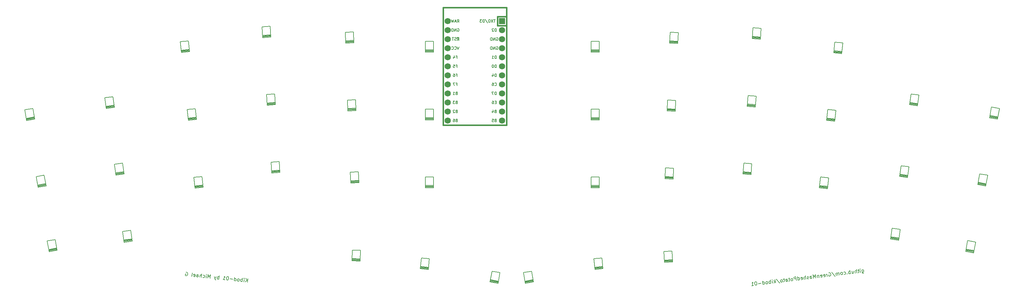
<source format=gbr>
%TF.GenerationSoftware,KiCad,Pcbnew,(6.0.0-0)*%
%TF.CreationDate,2022-01-05T19:35:21+07:00*%
%TF.ProjectId,kibod-01,6b69626f-642d-4303-912e-6b696361645f,rev?*%
%TF.SameCoordinates,Original*%
%TF.FileFunction,Legend,Bot*%
%TF.FilePolarity,Positive*%
%FSLAX46Y46*%
G04 Gerber Fmt 4.6, Leading zero omitted, Abs format (unit mm)*
G04 Created by KiCad (PCBNEW (6.0.0-0)) date 2022-01-05 19:35:21*
%MOMM*%
%LPD*%
G01*
G04 APERTURE LIST*
%ADD10C,0.150000*%
%ADD11C,0.203200*%
%ADD12C,0.381000*%
%ADD13R,1.752600X1.752600*%
%ADD14C,1.752600*%
G04 APERTURE END LIST*
D10*
X239395190Y-112212844D02*
X239493846Y-113016334D01*
X239552717Y-113105059D01*
X239605784Y-113146520D01*
X239706115Y-113182177D01*
X239847908Y-113164768D01*
X239936633Y-113105897D01*
X239470633Y-112827278D02*
X239570964Y-112862935D01*
X239760021Y-112839722D01*
X239848745Y-112780851D01*
X239890206Y-112727784D01*
X239925864Y-112627452D01*
X239891044Y-112343868D01*
X239832173Y-112255143D01*
X239779106Y-112213682D01*
X239678774Y-112178025D01*
X239489718Y-112201238D01*
X239400993Y-112260109D01*
X239003795Y-112932575D02*
X238922549Y-112270877D01*
X238881926Y-111940029D02*
X238934993Y-111981490D01*
X238893532Y-112034557D01*
X238840465Y-111993096D01*
X238881926Y-111940029D01*
X238893532Y-112034557D01*
X238591700Y-112311501D02*
X238213587Y-112357927D01*
X238409285Y-111998062D02*
X238513744Y-112848816D01*
X238478087Y-112949147D01*
X238389362Y-113008018D01*
X238294833Y-113019624D01*
X237963985Y-113060248D02*
X237842115Y-112067701D01*
X237538608Y-113112477D02*
X237474771Y-112592572D01*
X237510429Y-112492241D01*
X237599154Y-112433370D01*
X237740946Y-112415960D01*
X237841278Y-112451618D01*
X237894345Y-112493078D01*
X236559344Y-112561043D02*
X236640590Y-113222740D01*
X236984721Y-112508813D02*
X237048557Y-113028718D01*
X237012899Y-113129050D01*
X236924174Y-113187920D01*
X236782382Y-113205330D01*
X236682051Y-113169673D01*
X236628983Y-113128212D01*
X236167949Y-113280773D02*
X236046079Y-112288227D01*
X236092506Y-112666340D02*
X235992174Y-112630682D01*
X235803118Y-112653895D01*
X235714393Y-112712766D01*
X235672932Y-112765834D01*
X235637275Y-112866165D01*
X235672095Y-113149750D01*
X235730965Y-113238475D01*
X235784033Y-113279935D01*
X235884364Y-113315593D01*
X236073421Y-113292380D01*
X236162145Y-113233509D01*
X235258324Y-113296508D02*
X235216863Y-113349575D01*
X235269931Y-113391036D01*
X235311392Y-113337968D01*
X235258324Y-113296508D01*
X235269931Y-113391036D01*
X234366110Y-113454034D02*
X234466441Y-113489692D01*
X234655498Y-113466479D01*
X234744222Y-113407608D01*
X234785683Y-113354541D01*
X234821341Y-113254209D01*
X234786521Y-112970624D01*
X234727650Y-112881900D01*
X234674583Y-112840439D01*
X234574251Y-112804781D01*
X234385195Y-112827994D01*
X234296470Y-112886865D01*
X233804744Y-113570938D02*
X233893469Y-113512067D01*
X233934929Y-113459000D01*
X233970587Y-113358669D01*
X233935767Y-113075084D01*
X233876896Y-112986359D01*
X233823829Y-112944898D01*
X233723497Y-112909241D01*
X233581705Y-112926651D01*
X233492980Y-112985521D01*
X233451519Y-113038589D01*
X233415862Y-113138920D01*
X233450682Y-113422505D01*
X233509552Y-113511230D01*
X233562620Y-113552691D01*
X233662951Y-113588348D01*
X233804744Y-113570938D01*
X233048518Y-113663791D02*
X232967272Y-113002094D01*
X232978878Y-113096622D02*
X232925811Y-113055161D01*
X232825479Y-113019503D01*
X232683687Y-113036913D01*
X232594962Y-113095784D01*
X232559305Y-113196116D01*
X232623141Y-113716021D01*
X232559305Y-113196116D02*
X232500434Y-113107391D01*
X232400103Y-113071733D01*
X232258310Y-113089143D01*
X232169585Y-113148014D01*
X232133928Y-113248345D01*
X232197764Y-113768250D01*
X230888489Y-112873523D02*
X231895932Y-114045194D01*
X230049342Y-113072510D02*
X230138067Y-113013640D01*
X230279859Y-112996230D01*
X230427455Y-113026084D01*
X230533589Y-113109006D01*
X230592460Y-113197730D01*
X230662937Y-113380984D01*
X230680347Y-113522776D01*
X230656296Y-113717636D01*
X230620639Y-113817967D01*
X230537717Y-113924102D01*
X230401728Y-113988776D01*
X230307200Y-114000383D01*
X230159604Y-113970528D01*
X230106537Y-113929068D01*
X230065914Y-113598219D01*
X230254970Y-113575006D01*
X229692767Y-114075825D02*
X229611521Y-113414128D01*
X229634734Y-113603184D02*
X229575863Y-113514460D01*
X229522796Y-113472999D01*
X229422464Y-113437341D01*
X229327936Y-113448948D01*
X228694417Y-114150431D02*
X228794749Y-114186088D01*
X228983805Y-114162875D01*
X229072530Y-114104004D01*
X229108188Y-114003673D01*
X229061761Y-113625560D01*
X229002890Y-113536835D01*
X228902559Y-113501178D01*
X228713503Y-113524391D01*
X228624778Y-113583261D01*
X228589120Y-113683593D01*
X228600727Y-113778121D01*
X229084974Y-113814616D01*
X227843663Y-114254890D02*
X227943995Y-114290548D01*
X228133051Y-114267334D01*
X228221776Y-114208464D01*
X228257434Y-114108132D01*
X228211007Y-113730019D01*
X228152137Y-113641294D01*
X228051805Y-113605637D01*
X227862749Y-113628850D01*
X227774024Y-113687721D01*
X227738366Y-113788052D01*
X227749973Y-113882581D01*
X228234221Y-113919076D01*
X227295580Y-113698490D02*
X227376826Y-114360187D01*
X227307186Y-113793018D02*
X227254119Y-113751557D01*
X227153787Y-113715900D01*
X227011995Y-113733310D01*
X226923270Y-113792180D01*
X226887612Y-113892512D01*
X226951449Y-114412417D01*
X226478808Y-114470450D02*
X226356938Y-113477904D01*
X226113139Y-114227488D01*
X225695241Y-113559150D01*
X225817110Y-114551696D01*
X224919092Y-114661959D02*
X224855256Y-114142054D01*
X224890914Y-114041722D01*
X224979638Y-113982852D01*
X225168695Y-113959638D01*
X225269026Y-113995296D01*
X224913289Y-114614695D02*
X225013621Y-114650352D01*
X225249941Y-114621336D01*
X225338666Y-114562465D01*
X225374324Y-114462134D01*
X225362717Y-114367605D01*
X225303846Y-114278881D01*
X225203515Y-114243223D01*
X224967194Y-114272240D01*
X224866863Y-114236582D01*
X224487912Y-114666925D02*
X224399187Y-114725795D01*
X224210131Y-114749008D01*
X224109799Y-114713351D01*
X224050929Y-114624626D01*
X224045125Y-114577362D01*
X224080783Y-114477030D01*
X224169508Y-114418160D01*
X224311300Y-114400750D01*
X224400025Y-114341879D01*
X224435682Y-114241548D01*
X224429879Y-114194284D01*
X224371008Y-114105559D01*
X224270677Y-114069901D01*
X224128885Y-114087311D01*
X224040160Y-114146182D01*
X223642962Y-114818648D02*
X223521092Y-113826102D01*
X223217585Y-114870878D02*
X223153748Y-114350973D01*
X223189406Y-114250641D01*
X223278131Y-114191770D01*
X223419923Y-114174361D01*
X223520255Y-114210018D01*
X223573322Y-114251479D01*
X222361028Y-114928073D02*
X222461359Y-114963731D01*
X222650415Y-114940517D01*
X222739140Y-114881647D01*
X222774798Y-114781315D01*
X222728371Y-114403202D01*
X222669501Y-114314478D01*
X222569169Y-114278820D01*
X222380113Y-114302033D01*
X222291388Y-114360904D01*
X222255730Y-114461235D01*
X222267337Y-114555764D01*
X222751585Y-114592259D01*
X221468813Y-115085600D02*
X221346944Y-114093054D01*
X221463010Y-115038336D02*
X221563341Y-115073993D01*
X221752398Y-115050780D01*
X221841122Y-114991909D01*
X221882583Y-114938842D01*
X221918241Y-114838511D01*
X221883421Y-114554926D01*
X221824550Y-114466201D01*
X221771483Y-114424740D01*
X221671151Y-114389083D01*
X221482095Y-114412296D01*
X221393370Y-114471167D01*
X220996172Y-115143633D02*
X220874303Y-114151087D01*
X220496190Y-114197513D01*
X220407465Y-114256384D01*
X220366004Y-114309451D01*
X220330347Y-114409783D01*
X220347756Y-114551575D01*
X220406627Y-114640300D01*
X220459695Y-114681761D01*
X220560026Y-114717418D01*
X220938139Y-114670992D01*
X219861833Y-115282912D02*
X219950558Y-115224042D01*
X219992019Y-115170974D01*
X220027677Y-115070643D01*
X219992857Y-114787058D01*
X219933986Y-114698333D01*
X219880919Y-114656872D01*
X219780587Y-114621215D01*
X219638795Y-114638625D01*
X219550070Y-114697495D01*
X219508609Y-114750563D01*
X219472952Y-114850894D01*
X219507772Y-115134479D01*
X219566642Y-115223204D01*
X219619710Y-115264665D01*
X219720041Y-115300322D01*
X219861833Y-115282912D01*
X219166154Y-114696658D02*
X218788041Y-114743084D01*
X218983738Y-114383219D02*
X219088198Y-115233973D01*
X219052540Y-115334304D01*
X218963815Y-115393175D01*
X218869287Y-115404782D01*
X218113062Y-115497634D02*
X218049225Y-114977729D01*
X218084883Y-114877398D01*
X218173608Y-114818527D01*
X218362664Y-114795314D01*
X218462996Y-114830971D01*
X218107258Y-115450370D02*
X218207590Y-115486028D01*
X218443910Y-115457011D01*
X218532635Y-115398141D01*
X218568293Y-115297809D01*
X218556686Y-115203281D01*
X218497815Y-115114556D01*
X218397484Y-115078899D01*
X218161163Y-115107915D01*
X218060832Y-115072258D01*
X217700967Y-114876560D02*
X217322854Y-114922987D01*
X217518551Y-114563121D02*
X217623011Y-115413875D01*
X217587353Y-115514207D01*
X217498628Y-115573077D01*
X217404100Y-115584684D01*
X216931459Y-115642717D02*
X217020184Y-115583846D01*
X217061645Y-115530779D01*
X217097302Y-115430447D01*
X217062482Y-115146863D01*
X217003612Y-115058138D01*
X216950544Y-115016677D01*
X216850213Y-114981020D01*
X216708421Y-114998429D01*
X216619696Y-115057300D01*
X216578235Y-115110368D01*
X216542577Y-115210699D01*
X216577397Y-115494284D01*
X216636268Y-115583009D01*
X216689335Y-115624469D01*
X216789667Y-115660127D01*
X216931459Y-115642717D01*
X215338599Y-114782809D02*
X216346042Y-115954480D01*
X215135423Y-115863242D02*
X215013554Y-114870696D01*
X214994469Y-115496736D02*
X214757310Y-115909669D01*
X214676064Y-115247971D02*
X215100603Y-115579658D01*
X214331933Y-115961899D02*
X214250687Y-115300201D01*
X214210064Y-114969352D02*
X214263132Y-115010813D01*
X214221671Y-115063881D01*
X214168603Y-115022420D01*
X214210064Y-114969352D01*
X214221671Y-115063881D01*
X213859292Y-116019932D02*
X213737423Y-115027385D01*
X213783850Y-115405498D02*
X213683518Y-115369841D01*
X213494462Y-115393054D01*
X213405737Y-115451925D01*
X213364276Y-115504992D01*
X213328618Y-115605324D01*
X213363438Y-115888908D01*
X213422309Y-115977633D01*
X213475376Y-116019094D01*
X213575708Y-116054751D01*
X213764764Y-116031538D01*
X213853489Y-115972668D01*
X212819482Y-116147604D02*
X212908207Y-116088734D01*
X212949668Y-116035666D01*
X212985325Y-115935335D01*
X212950506Y-115651750D01*
X212891635Y-115563025D01*
X212838567Y-115521564D01*
X212738236Y-115485907D01*
X212596444Y-115503317D01*
X212507719Y-115562187D01*
X212466258Y-115615255D01*
X212430600Y-115715586D01*
X212465420Y-115999171D01*
X212524291Y-116087896D01*
X212577358Y-116129357D01*
X212677690Y-116165014D01*
X212819482Y-116147604D01*
X211637880Y-116292687D02*
X211516010Y-115300141D01*
X211632076Y-116245423D02*
X211732408Y-116281080D01*
X211921464Y-116257867D01*
X212010189Y-116198996D01*
X212051650Y-116145929D01*
X212087307Y-116045597D01*
X212052488Y-115762013D01*
X211993617Y-115673288D01*
X211940550Y-115631827D01*
X211840218Y-115596170D01*
X211651162Y-115619383D01*
X211562437Y-115678253D01*
X211118812Y-115972607D02*
X210362587Y-116065460D01*
X209625446Y-115532273D02*
X209530918Y-115543879D01*
X209442193Y-115602750D01*
X209400732Y-115655817D01*
X209365075Y-115756149D01*
X209341024Y-115951009D01*
X209370040Y-116187329D01*
X209440518Y-116370582D01*
X209499388Y-116459307D01*
X209552456Y-116500768D01*
X209652787Y-116536426D01*
X209747316Y-116524819D01*
X209836040Y-116465948D01*
X209877501Y-116412881D01*
X209913159Y-116312549D01*
X209937210Y-116117690D01*
X209908193Y-115881369D01*
X209837716Y-115698116D01*
X209778845Y-115609391D01*
X209725778Y-115567930D01*
X209625446Y-115532273D01*
X208471185Y-116681508D02*
X209038354Y-116611868D01*
X208754769Y-116646688D02*
X208632900Y-115654142D01*
X208744838Y-115784328D01*
X208850973Y-115867249D01*
X208951304Y-115902907D01*
X67062940Y-115663282D02*
X67167468Y-114668760D01*
X66494642Y-115603551D02*
X66980596Y-115080051D01*
X66599170Y-114609029D02*
X67107738Y-115237058D01*
X66068418Y-115558753D02*
X66138104Y-114895739D01*
X66172946Y-114564232D02*
X66215327Y-114616567D01*
X66162991Y-114658948D01*
X66120611Y-114606612D01*
X66172946Y-114564232D01*
X66162991Y-114658948D01*
X65594836Y-115508978D02*
X65699365Y-114514456D01*
X65659544Y-114893322D02*
X65569805Y-114836008D01*
X65380373Y-114816098D01*
X65280679Y-114853501D01*
X65228343Y-114895882D01*
X65171030Y-114985621D01*
X65141164Y-115269770D01*
X65178568Y-115369464D01*
X65220948Y-115421799D01*
X65310687Y-115479113D01*
X65500120Y-115499023D01*
X65599814Y-115461620D01*
X64552956Y-115399472D02*
X64652650Y-115362069D01*
X64704986Y-115319688D01*
X64762299Y-115229949D01*
X64792164Y-114945800D01*
X64754761Y-114846106D01*
X64712380Y-114793771D01*
X64622642Y-114736457D01*
X64480567Y-114721525D01*
X64380873Y-114758928D01*
X64328537Y-114801308D01*
X64271224Y-114891047D01*
X64241359Y-115175196D01*
X64278762Y-115274890D01*
X64321143Y-115327226D01*
X64410881Y-115384539D01*
X64552956Y-115399472D01*
X63369001Y-115275033D02*
X63473530Y-114280511D01*
X63373979Y-115227675D02*
X63463718Y-115284988D01*
X63653150Y-115304899D01*
X63752844Y-115267496D01*
X63805180Y-115225115D01*
X63862493Y-115135376D01*
X63892359Y-114851227D01*
X63854956Y-114751533D01*
X63812575Y-114699197D01*
X63722836Y-114641884D01*
X63533403Y-114621974D01*
X63433709Y-114659377D01*
X62935240Y-114846392D02*
X62177509Y-114766752D01*
X61579202Y-114081410D02*
X61484486Y-114071455D01*
X61384792Y-114108858D01*
X61332456Y-114151238D01*
X61275143Y-114240977D01*
X61207875Y-114425432D01*
X61182987Y-114662223D01*
X61210435Y-114856633D01*
X61247838Y-114956327D01*
X61290219Y-115008663D01*
X61379958Y-115065976D01*
X61474674Y-115075932D01*
X61574368Y-115038528D01*
X61626704Y-114996148D01*
X61684017Y-114906409D01*
X61751285Y-114721954D01*
X61776173Y-114485163D01*
X61748725Y-114290753D01*
X61711322Y-114191059D01*
X61668941Y-114138723D01*
X61579202Y-114081410D01*
X60196003Y-114941538D02*
X60764301Y-115001268D01*
X60480152Y-114971403D02*
X60584681Y-113976881D01*
X60664464Y-114128911D01*
X60749226Y-114233582D01*
X60838964Y-114290896D01*
X59012048Y-114817099D02*
X59116577Y-113822577D01*
X59076756Y-114201443D02*
X58987018Y-114144129D01*
X58797585Y-114124219D01*
X58697891Y-114161622D01*
X58645555Y-114204003D01*
X58588242Y-114293742D01*
X58558377Y-114577891D01*
X58595780Y-114677585D01*
X58638160Y-114729921D01*
X58727899Y-114787234D01*
X58917332Y-114807144D01*
X59017026Y-114769741D01*
X58276645Y-114069466D02*
X57970168Y-114707593D01*
X57803063Y-114019691D02*
X57970168Y-114707593D01*
X58039997Y-114954339D01*
X58082378Y-115006675D01*
X58172116Y-115063988D01*
X56596781Y-114563244D02*
X56701309Y-113568722D01*
X56295139Y-114244252D01*
X56038295Y-113499037D01*
X55933766Y-114493559D01*
X55460184Y-114443783D02*
X55529870Y-113780769D01*
X55564713Y-113449261D02*
X55607094Y-113501597D01*
X55554758Y-113543978D01*
X55512377Y-113491642D01*
X55564713Y-113449261D01*
X55554758Y-113543978D01*
X54565356Y-114301852D02*
X54655095Y-114359165D01*
X54844528Y-114379075D01*
X54944222Y-114341672D01*
X54996558Y-114299291D01*
X55053871Y-114209553D01*
X55083736Y-113925403D01*
X55046333Y-113825710D01*
X55003952Y-113773374D01*
X54914214Y-113716060D01*
X54724781Y-113696150D01*
X54625087Y-113733553D01*
X54134155Y-114304412D02*
X54238684Y-113309890D01*
X53707932Y-114259614D02*
X53762685Y-113738674D01*
X53819998Y-113648935D01*
X53919692Y-113611532D01*
X54061766Y-113626465D01*
X54151505Y-113683778D01*
X54193886Y-113736114D01*
X52808126Y-114165041D02*
X52862879Y-113644101D01*
X52920192Y-113554362D01*
X53019886Y-113516959D01*
X53209319Y-113536869D01*
X53299058Y-113594182D01*
X52813104Y-114117682D02*
X52902842Y-114174996D01*
X53139633Y-114199883D01*
X53239327Y-114162480D01*
X53296641Y-114072742D01*
X53306596Y-113978025D01*
X53269193Y-113878331D01*
X53179454Y-113821018D01*
X52942663Y-113796130D01*
X52852924Y-113738817D01*
X51960656Y-114028087D02*
X52050395Y-114085400D01*
X52239828Y-114105310D01*
X52339522Y-114067907D01*
X52396835Y-113978168D01*
X52436655Y-113599303D01*
X52399252Y-113499609D01*
X52309513Y-113442295D01*
X52120081Y-113422385D01*
X52020387Y-113459788D01*
X51963073Y-113549527D01*
X51953118Y-113644244D01*
X52416745Y-113788735D01*
X51340022Y-114010737D02*
X51439716Y-113973334D01*
X51497029Y-113883595D01*
X51586625Y-113031147D01*
X49782037Y-112889359D02*
X49881731Y-112851956D01*
X50023805Y-112866888D01*
X50160902Y-112929179D01*
X50245663Y-113033851D01*
X50283067Y-113133545D01*
X50310515Y-113327955D01*
X50295582Y-113470029D01*
X50228314Y-113654485D01*
X50171000Y-113744223D01*
X50066329Y-113828985D01*
X49919277Y-113861410D01*
X49824560Y-113851455D01*
X49687463Y-113789164D01*
X49645083Y-113736829D01*
X49679926Y-113405321D01*
X49869358Y-113425232D01*
%TO.C,U1*%
X136404333Y-60395714D02*
X136442428Y-60433809D01*
X136556714Y-60471904D01*
X136632904Y-60471904D01*
X136747190Y-60433809D01*
X136823380Y-60357619D01*
X136861476Y-60281428D01*
X136899571Y-60129047D01*
X136899571Y-60014761D01*
X136861476Y-59862380D01*
X136823380Y-59786190D01*
X136747190Y-59710000D01*
X136632904Y-59671904D01*
X136556714Y-59671904D01*
X136442428Y-59710000D01*
X136404333Y-59748095D01*
X135718619Y-59671904D02*
X135871000Y-59671904D01*
X135947190Y-59710000D01*
X135985285Y-59748095D01*
X136061476Y-59862380D01*
X136099571Y-60014761D01*
X136099571Y-60319523D01*
X136061476Y-60395714D01*
X136023380Y-60433809D01*
X135947190Y-60471904D01*
X135794809Y-60471904D01*
X135718619Y-60433809D01*
X135680523Y-60395714D01*
X135642428Y-60319523D01*
X135642428Y-60129047D01*
X135680523Y-60052857D01*
X135718619Y-60014761D01*
X135794809Y-59976666D01*
X135947190Y-59976666D01*
X136023380Y-60014761D01*
X136061476Y-60052857D01*
X136099571Y-60129047D01*
X126415666Y-49511904D02*
X126149000Y-50311904D01*
X125882333Y-49511904D01*
X125158523Y-50235714D02*
X125196619Y-50273809D01*
X125310904Y-50311904D01*
X125387095Y-50311904D01*
X125501380Y-50273809D01*
X125577571Y-50197619D01*
X125615666Y-50121428D01*
X125653761Y-49969047D01*
X125653761Y-49854761D01*
X125615666Y-49702380D01*
X125577571Y-49626190D01*
X125501380Y-49550000D01*
X125387095Y-49511904D01*
X125310904Y-49511904D01*
X125196619Y-49550000D01*
X125158523Y-49588095D01*
X124358523Y-50235714D02*
X124396619Y-50273809D01*
X124510904Y-50311904D01*
X124587095Y-50311904D01*
X124701380Y-50273809D01*
X124777571Y-50197619D01*
X124815666Y-50121428D01*
X124853761Y-49969047D01*
X124853761Y-49854761D01*
X124815666Y-49702380D01*
X124777571Y-49626190D01*
X124701380Y-49550000D01*
X124587095Y-49511904D01*
X124510904Y-49511904D01*
X124396619Y-49550000D01*
X124358523Y-49588095D01*
X136880523Y-49550000D02*
X136956714Y-49511904D01*
X137071000Y-49511904D01*
X137185285Y-49550000D01*
X137261476Y-49626190D01*
X137299571Y-49702380D01*
X137337666Y-49854761D01*
X137337666Y-49969047D01*
X137299571Y-50121428D01*
X137261476Y-50197619D01*
X137185285Y-50273809D01*
X137071000Y-50311904D01*
X136994809Y-50311904D01*
X136880523Y-50273809D01*
X136842428Y-50235714D01*
X136842428Y-49969047D01*
X136994809Y-49969047D01*
X136499571Y-50311904D02*
X136499571Y-49511904D01*
X136042428Y-50311904D01*
X136042428Y-49511904D01*
X135661476Y-50311904D02*
X135661476Y-49511904D01*
X135471000Y-49511904D01*
X135356714Y-49550000D01*
X135280523Y-49626190D01*
X135242428Y-49702380D01*
X135204333Y-49854761D01*
X135204333Y-49969047D01*
X135242428Y-50121428D01*
X135280523Y-50197619D01*
X135356714Y-50273809D01*
X135471000Y-50311904D01*
X135661476Y-50311904D01*
X125615666Y-54972857D02*
X125882333Y-54972857D01*
X125882333Y-55391904D02*
X125882333Y-54591904D01*
X125501380Y-54591904D01*
X124815666Y-54591904D02*
X125196619Y-54591904D01*
X125234714Y-54972857D01*
X125196619Y-54934761D01*
X125120428Y-54896666D01*
X124929952Y-54896666D01*
X124853761Y-54934761D01*
X124815666Y-54972857D01*
X124777571Y-55049047D01*
X124777571Y-55239523D01*
X124815666Y-55315714D01*
X124853761Y-55353809D01*
X124929952Y-55391904D01*
X125120428Y-55391904D01*
X125196619Y-55353809D01*
X125234714Y-55315714D01*
X125615666Y-60052857D02*
X125882333Y-60052857D01*
X125882333Y-60471904D02*
X125882333Y-59671904D01*
X125501380Y-59671904D01*
X125272809Y-59671904D02*
X124739476Y-59671904D01*
X125082333Y-60471904D01*
X136572348Y-41891904D02*
X136115205Y-41891904D01*
X136343776Y-42691904D02*
X136343776Y-41891904D01*
X135924729Y-41891904D02*
X135391395Y-42691904D01*
X135391395Y-41891904D02*
X135924729Y-42691904D01*
X134934252Y-41891904D02*
X134858062Y-41891904D01*
X134781872Y-41930000D01*
X134743776Y-41968095D01*
X134705681Y-42044285D01*
X134667586Y-42196666D01*
X134667586Y-42387142D01*
X134705681Y-42539523D01*
X134743776Y-42615714D01*
X134781872Y-42653809D01*
X134858062Y-42691904D01*
X134934252Y-42691904D01*
X135010443Y-42653809D01*
X135048538Y-42615714D01*
X135086633Y-42539523D01*
X135124729Y-42387142D01*
X135124729Y-42196666D01*
X135086633Y-42044285D01*
X135048538Y-41968095D01*
X135010443Y-41930000D01*
X134934252Y-41891904D01*
X133753300Y-41853809D02*
X134439014Y-42882380D01*
X133486633Y-42691904D02*
X133486633Y-41891904D01*
X133296157Y-41891904D01*
X133181872Y-41930000D01*
X133105681Y-42006190D01*
X133067586Y-42082380D01*
X133029491Y-42234761D01*
X133029491Y-42349047D01*
X133067586Y-42501428D01*
X133105681Y-42577619D01*
X133181872Y-42653809D01*
X133296157Y-42691904D01*
X133486633Y-42691904D01*
X132762824Y-41891904D02*
X132267586Y-41891904D01*
X132534252Y-42196666D01*
X132419967Y-42196666D01*
X132343776Y-42234761D01*
X132305681Y-42272857D01*
X132267586Y-42349047D01*
X132267586Y-42539523D01*
X132305681Y-42615714D01*
X132343776Y-42653809D01*
X132419967Y-42691904D01*
X132648538Y-42691904D01*
X132724729Y-42653809D01*
X132762824Y-42615714D01*
X136861476Y-57931904D02*
X136861476Y-57131904D01*
X136671000Y-57131904D01*
X136556714Y-57170000D01*
X136480523Y-57246190D01*
X136442428Y-57322380D01*
X136404333Y-57474761D01*
X136404333Y-57589047D01*
X136442428Y-57741428D01*
X136480523Y-57817619D01*
X136556714Y-57893809D01*
X136671000Y-57931904D01*
X136861476Y-57931904D01*
X135718619Y-57398571D02*
X135718619Y-57931904D01*
X135909095Y-57093809D02*
X136099571Y-57665238D01*
X135604333Y-57665238D01*
X125615666Y-57512857D02*
X125882333Y-57512857D01*
X125882333Y-57931904D02*
X125882333Y-57131904D01*
X125501380Y-57131904D01*
X124853761Y-57131904D02*
X125006142Y-57131904D01*
X125082333Y-57170000D01*
X125120428Y-57208095D01*
X125196619Y-57322380D01*
X125234714Y-57474761D01*
X125234714Y-57779523D01*
X125196619Y-57855714D01*
X125158523Y-57893809D01*
X125082333Y-57931904D01*
X124929952Y-57931904D01*
X124853761Y-57893809D01*
X124815666Y-57855714D01*
X124777571Y-57779523D01*
X124777571Y-57589047D01*
X124815666Y-57512857D01*
X124853761Y-57474761D01*
X124929952Y-57436666D01*
X125082333Y-57436666D01*
X125158523Y-57474761D01*
X125196619Y-57512857D01*
X125234714Y-57589047D01*
X125672809Y-67672857D02*
X125558523Y-67710952D01*
X125520428Y-67749047D01*
X125482333Y-67825238D01*
X125482333Y-67939523D01*
X125520428Y-68015714D01*
X125558523Y-68053809D01*
X125634714Y-68091904D01*
X125939476Y-68091904D01*
X125939476Y-67291904D01*
X125672809Y-67291904D01*
X125596619Y-67330000D01*
X125558523Y-67368095D01*
X125520428Y-67444285D01*
X125520428Y-67520476D01*
X125558523Y-67596666D01*
X125596619Y-67634761D01*
X125672809Y-67672857D01*
X125939476Y-67672857D01*
X125177571Y-67368095D02*
X125139476Y-67330000D01*
X125063285Y-67291904D01*
X124872809Y-67291904D01*
X124796619Y-67330000D01*
X124758523Y-67368095D01*
X124720428Y-67444285D01*
X124720428Y-67520476D01*
X124758523Y-67634761D01*
X125215666Y-68091904D01*
X124720428Y-68091904D01*
X136861476Y-45231904D02*
X136861476Y-44431904D01*
X136671000Y-44431904D01*
X136556714Y-44470000D01*
X136480523Y-44546190D01*
X136442428Y-44622380D01*
X136404333Y-44774761D01*
X136404333Y-44889047D01*
X136442428Y-45041428D01*
X136480523Y-45117619D01*
X136556714Y-45193809D01*
X136671000Y-45231904D01*
X136861476Y-45231904D01*
X136099571Y-44508095D02*
X136061476Y-44470000D01*
X135985285Y-44431904D01*
X135794809Y-44431904D01*
X135718619Y-44470000D01*
X135680523Y-44508095D01*
X135642428Y-44584285D01*
X135642428Y-44660476D01*
X135680523Y-44774761D01*
X136137666Y-45231904D01*
X135642428Y-45231904D01*
X136594809Y-70212857D02*
X136480523Y-70250952D01*
X136442428Y-70289047D01*
X136404333Y-70365238D01*
X136404333Y-70479523D01*
X136442428Y-70555714D01*
X136480523Y-70593809D01*
X136556714Y-70631904D01*
X136861476Y-70631904D01*
X136861476Y-69831904D01*
X136594809Y-69831904D01*
X136518619Y-69870000D01*
X136480523Y-69908095D01*
X136442428Y-69984285D01*
X136442428Y-70060476D01*
X136480523Y-70136666D01*
X136518619Y-70174761D01*
X136594809Y-70212857D01*
X136861476Y-70212857D01*
X135680523Y-69831904D02*
X136061476Y-69831904D01*
X136099571Y-70212857D01*
X136061476Y-70174761D01*
X135985285Y-70136666D01*
X135794809Y-70136666D01*
X135718619Y-70174761D01*
X135680523Y-70212857D01*
X135642428Y-70289047D01*
X135642428Y-70479523D01*
X135680523Y-70555714D01*
X135718619Y-70593809D01*
X135794809Y-70631904D01*
X135985285Y-70631904D01*
X136061476Y-70593809D01*
X136099571Y-70555714D01*
X125615666Y-52432857D02*
X125882333Y-52432857D01*
X125882333Y-52851904D02*
X125882333Y-52051904D01*
X125501380Y-52051904D01*
X124853761Y-52318571D02*
X124853761Y-52851904D01*
X125044238Y-52013809D02*
X125234714Y-52585238D01*
X124739476Y-52585238D01*
X125901380Y-42691904D02*
X126168047Y-42310952D01*
X126358523Y-42691904D02*
X126358523Y-41891904D01*
X126053761Y-41891904D01*
X125977571Y-41930000D01*
X125939476Y-41968095D01*
X125901380Y-42044285D01*
X125901380Y-42158571D01*
X125939476Y-42234761D01*
X125977571Y-42272857D01*
X126053761Y-42310952D01*
X126358523Y-42310952D01*
X125596619Y-42463333D02*
X125215666Y-42463333D01*
X125672809Y-42691904D02*
X125406142Y-41891904D01*
X125139476Y-42691904D01*
X124949000Y-41891904D02*
X124758523Y-42691904D01*
X124606142Y-42120476D01*
X124453761Y-42691904D01*
X124263285Y-41891904D01*
X136823380Y-65132857D02*
X136556714Y-65132857D01*
X136442428Y-65551904D02*
X136823380Y-65551904D01*
X136823380Y-64751904D01*
X136442428Y-64751904D01*
X135756714Y-64751904D02*
X135909095Y-64751904D01*
X135985285Y-64790000D01*
X136023380Y-64828095D01*
X136099571Y-64942380D01*
X136137666Y-65094761D01*
X136137666Y-65399523D01*
X136099571Y-65475714D01*
X136061476Y-65513809D01*
X135985285Y-65551904D01*
X135832904Y-65551904D01*
X135756714Y-65513809D01*
X135718619Y-65475714D01*
X135680523Y-65399523D01*
X135680523Y-65209047D01*
X135718619Y-65132857D01*
X135756714Y-65094761D01*
X135832904Y-65056666D01*
X135985285Y-65056666D01*
X136061476Y-65094761D01*
X136099571Y-65132857D01*
X136137666Y-65209047D01*
X136861476Y-52851904D02*
X136861476Y-52051904D01*
X136671000Y-52051904D01*
X136556714Y-52090000D01*
X136480523Y-52166190D01*
X136442428Y-52242380D01*
X136404333Y-52394761D01*
X136404333Y-52509047D01*
X136442428Y-52661428D01*
X136480523Y-52737619D01*
X136556714Y-52813809D01*
X136671000Y-52851904D01*
X136861476Y-52851904D01*
X135642428Y-52851904D02*
X136099571Y-52851904D01*
X135871000Y-52851904D02*
X135871000Y-52051904D01*
X135947190Y-52166190D01*
X136023380Y-52242380D01*
X136099571Y-52280476D01*
X136594809Y-67672857D02*
X136480523Y-67710952D01*
X136442428Y-67749047D01*
X136404333Y-67825238D01*
X136404333Y-67939523D01*
X136442428Y-68015714D01*
X136480523Y-68053809D01*
X136556714Y-68091904D01*
X136861476Y-68091904D01*
X136861476Y-67291904D01*
X136594809Y-67291904D01*
X136518619Y-67330000D01*
X136480523Y-67368095D01*
X136442428Y-67444285D01*
X136442428Y-67520476D01*
X136480523Y-67596666D01*
X136518619Y-67634761D01*
X136594809Y-67672857D01*
X136861476Y-67672857D01*
X135718619Y-67558571D02*
X135718619Y-68091904D01*
X135909095Y-67253809D02*
X136099571Y-67825238D01*
X135604333Y-67825238D01*
X125672809Y-65132857D02*
X125558523Y-65170952D01*
X125520428Y-65209047D01*
X125482333Y-65285238D01*
X125482333Y-65399523D01*
X125520428Y-65475714D01*
X125558523Y-65513809D01*
X125634714Y-65551904D01*
X125939476Y-65551904D01*
X125939476Y-64751904D01*
X125672809Y-64751904D01*
X125596619Y-64790000D01*
X125558523Y-64828095D01*
X125520428Y-64904285D01*
X125520428Y-64980476D01*
X125558523Y-65056666D01*
X125596619Y-65094761D01*
X125672809Y-65132857D01*
X125939476Y-65132857D01*
X125215666Y-64751904D02*
X124720428Y-64751904D01*
X124987095Y-65056666D01*
X124872809Y-65056666D01*
X124796619Y-65094761D01*
X124758523Y-65132857D01*
X124720428Y-65209047D01*
X124720428Y-65399523D01*
X124758523Y-65475714D01*
X124796619Y-65513809D01*
X124872809Y-65551904D01*
X125101380Y-65551904D01*
X125177571Y-65513809D01*
X125215666Y-65475714D01*
X136880523Y-47010000D02*
X136956714Y-46971904D01*
X137071000Y-46971904D01*
X137185285Y-47010000D01*
X137261476Y-47086190D01*
X137299571Y-47162380D01*
X137337666Y-47314761D01*
X137337666Y-47429047D01*
X137299571Y-47581428D01*
X137261476Y-47657619D01*
X137185285Y-47733809D01*
X137071000Y-47771904D01*
X136994809Y-47771904D01*
X136880523Y-47733809D01*
X136842428Y-47695714D01*
X136842428Y-47429047D01*
X136994809Y-47429047D01*
X136499571Y-47771904D02*
X136499571Y-46971904D01*
X136042428Y-47771904D01*
X136042428Y-46971904D01*
X135661476Y-47771904D02*
X135661476Y-46971904D01*
X135471000Y-46971904D01*
X135356714Y-47010000D01*
X135280523Y-47086190D01*
X135242428Y-47162380D01*
X135204333Y-47314761D01*
X135204333Y-47429047D01*
X135242428Y-47581428D01*
X135280523Y-47657619D01*
X135356714Y-47733809D01*
X135471000Y-47771904D01*
X135661476Y-47771904D01*
X125672809Y-70212857D02*
X125558523Y-70250952D01*
X125520428Y-70289047D01*
X125482333Y-70365238D01*
X125482333Y-70479523D01*
X125520428Y-70555714D01*
X125558523Y-70593809D01*
X125634714Y-70631904D01*
X125939476Y-70631904D01*
X125939476Y-69831904D01*
X125672809Y-69831904D01*
X125596619Y-69870000D01*
X125558523Y-69908095D01*
X125520428Y-69984285D01*
X125520428Y-70060476D01*
X125558523Y-70136666D01*
X125596619Y-70174761D01*
X125672809Y-70212857D01*
X125939476Y-70212857D01*
X124796619Y-69831904D02*
X124949000Y-69831904D01*
X125025190Y-69870000D01*
X125063285Y-69908095D01*
X125139476Y-70022380D01*
X125177571Y-70174761D01*
X125177571Y-70479523D01*
X125139476Y-70555714D01*
X125101380Y-70593809D01*
X125025190Y-70631904D01*
X124872809Y-70631904D01*
X124796619Y-70593809D01*
X124758523Y-70555714D01*
X124720428Y-70479523D01*
X124720428Y-70289047D01*
X124758523Y-70212857D01*
X124796619Y-70174761D01*
X124872809Y-70136666D01*
X125025190Y-70136666D01*
X125101380Y-70174761D01*
X125139476Y-70212857D01*
X125177571Y-70289047D01*
X125672809Y-62592857D02*
X125558523Y-62630952D01*
X125520428Y-62669047D01*
X125482333Y-62745238D01*
X125482333Y-62859523D01*
X125520428Y-62935714D01*
X125558523Y-62973809D01*
X125634714Y-63011904D01*
X125939476Y-63011904D01*
X125939476Y-62211904D01*
X125672809Y-62211904D01*
X125596619Y-62250000D01*
X125558523Y-62288095D01*
X125520428Y-62364285D01*
X125520428Y-62440476D01*
X125558523Y-62516666D01*
X125596619Y-62554761D01*
X125672809Y-62592857D01*
X125939476Y-62592857D01*
X124720428Y-63011904D02*
X125177571Y-63011904D01*
X124949000Y-63011904D02*
X124949000Y-62211904D01*
X125025190Y-62326190D01*
X125101380Y-62402380D01*
X125177571Y-62440476D01*
X136861476Y-55391904D02*
X136861476Y-54591904D01*
X136671000Y-54591904D01*
X136556714Y-54630000D01*
X136480523Y-54706190D01*
X136442428Y-54782380D01*
X136404333Y-54934761D01*
X136404333Y-55049047D01*
X136442428Y-55201428D01*
X136480523Y-55277619D01*
X136556714Y-55353809D01*
X136671000Y-55391904D01*
X136861476Y-55391904D01*
X135909095Y-54591904D02*
X135832904Y-54591904D01*
X135756714Y-54630000D01*
X135718619Y-54668095D01*
X135680523Y-54744285D01*
X135642428Y-54896666D01*
X135642428Y-55087142D01*
X135680523Y-55239523D01*
X135718619Y-55315714D01*
X135756714Y-55353809D01*
X135832904Y-55391904D01*
X135909095Y-55391904D01*
X135985285Y-55353809D01*
X136023380Y-55315714D01*
X136061476Y-55239523D01*
X136099571Y-55087142D01*
X136099571Y-54896666D01*
X136061476Y-54744285D01*
X136023380Y-54668095D01*
X135985285Y-54630000D01*
X135909095Y-54591904D01*
X136861476Y-63011904D02*
X136861476Y-62211904D01*
X136671000Y-62211904D01*
X136556714Y-62250000D01*
X136480523Y-62326190D01*
X136442428Y-62402380D01*
X136404333Y-62554761D01*
X136404333Y-62669047D01*
X136442428Y-62821428D01*
X136480523Y-62897619D01*
X136556714Y-62973809D01*
X136671000Y-63011904D01*
X136861476Y-63011904D01*
X136137666Y-62211904D02*
X135604333Y-62211904D01*
X135947190Y-63011904D01*
X125610213Y-47703809D02*
X125495927Y-47741904D01*
X125305451Y-47741904D01*
X125229260Y-47703809D01*
X125191165Y-47665714D01*
X125153070Y-47589523D01*
X125153070Y-47513333D01*
X125191165Y-47437142D01*
X125229260Y-47399047D01*
X125305451Y-47360952D01*
X125457832Y-47322857D01*
X125534022Y-47284761D01*
X125572118Y-47246666D01*
X125610213Y-47170476D01*
X125610213Y-47094285D01*
X125572118Y-47018095D01*
X125534022Y-46980000D01*
X125457832Y-46941904D01*
X125267356Y-46941904D01*
X125153070Y-46980000D01*
X124924499Y-46941904D02*
X124467356Y-46941904D01*
X124695927Y-47741904D02*
X124695927Y-46941904D01*
X125958523Y-44470000D02*
X126034714Y-44431904D01*
X126149000Y-44431904D01*
X126263285Y-44470000D01*
X126339476Y-44546190D01*
X126377571Y-44622380D01*
X126415666Y-44774761D01*
X126415666Y-44889047D01*
X126377571Y-45041428D01*
X126339476Y-45117619D01*
X126263285Y-45193809D01*
X126149000Y-45231904D01*
X126072809Y-45231904D01*
X125958523Y-45193809D01*
X125920428Y-45155714D01*
X125920428Y-44889047D01*
X126072809Y-44889047D01*
X125577571Y-45231904D02*
X125577571Y-44431904D01*
X125120428Y-45231904D01*
X125120428Y-44431904D01*
X124739476Y-45231904D02*
X124739476Y-44431904D01*
X124549000Y-44431904D01*
X124434714Y-44470000D01*
X124358523Y-44546190D01*
X124320428Y-44622380D01*
X124282333Y-44774761D01*
X124282333Y-44889047D01*
X124320428Y-45041428D01*
X124358523Y-45117619D01*
X124434714Y-45193809D01*
X124549000Y-45231904D01*
X124739476Y-45231904D01*
D11*
%TO.C,D-0-0*%
X4609725Y-67277633D02*
X6860995Y-66880673D01*
D10*
X7274302Y-69472276D02*
X5107724Y-69854302D01*
D11*
X5139005Y-70279327D02*
X4609725Y-67277633D01*
D10*
X5142454Y-70051263D02*
X7210550Y-69686602D01*
D11*
X7390275Y-69882367D02*
X5139005Y-70279327D01*
D10*
X7309031Y-69669237D02*
X7210550Y-69686602D01*
D11*
X6860995Y-66880673D02*
X7390275Y-69882367D01*
D10*
X5072995Y-69657340D02*
X7239572Y-69275314D01*
X7210550Y-69686602D02*
X7309031Y-69669237D01*
D11*
%TO.C,D-0-1*%
X27056024Y-63881713D02*
X29319777Y-63563564D01*
D10*
X29670220Y-66366065D02*
X29571193Y-66379982D01*
D11*
X29319777Y-63563564D02*
X29743976Y-66581901D01*
X27480223Y-66900050D02*
X27056024Y-63881713D01*
D10*
X27435961Y-66276139D02*
X29614551Y-65969958D01*
X27491630Y-66672246D02*
X29571193Y-66379982D01*
D11*
X29743976Y-66581901D02*
X27480223Y-66900050D01*
D10*
X29571193Y-66379982D02*
X29670220Y-66366065D01*
X29642385Y-66168011D02*
X27463796Y-66474192D01*
%TO.C,D-0-2*%
X48571913Y-50937860D02*
X50660409Y-50718350D01*
D11*
X48552563Y-51165127D02*
X48233960Y-48133825D01*
X50507437Y-47894873D02*
X50826040Y-50926175D01*
X50826040Y-50926175D02*
X48552563Y-51165127D01*
D10*
X50759861Y-50707897D02*
X50660409Y-50718350D01*
X48530102Y-50540051D02*
X50718050Y-50310088D01*
D11*
X48233960Y-48133825D02*
X50507437Y-47894873D01*
D10*
X50660409Y-50718350D02*
X50759861Y-50707897D01*
X50738955Y-50508993D02*
X48551007Y-50738955D01*
%TO.C,D-0-3*%
X73564053Y-46415189D02*
X71369412Y-46568654D01*
D11*
X71356093Y-46994620D02*
X71143475Y-43954045D01*
X71143475Y-43954045D02*
X73423907Y-43794582D01*
D10*
X73578004Y-46614702D02*
X73478247Y-46621678D01*
X71383363Y-46768166D02*
X73478247Y-46621678D01*
D11*
X73423907Y-43794582D02*
X73636525Y-46835157D01*
D10*
X73478247Y-46621678D02*
X73578004Y-46614702D01*
D11*
X73636525Y-46835157D02*
X71356093Y-46994620D01*
D10*
X71355460Y-46369141D02*
X73550101Y-46215677D01*
%TO.C,D-0-4*%
X96744760Y-48200458D02*
X96844699Y-48196968D01*
D11*
X96789117Y-45373187D02*
X96895491Y-48419330D01*
X96895491Y-48419330D02*
X94610883Y-48499111D01*
X94504509Y-45452968D02*
X96789117Y-45373187D01*
D10*
X96844699Y-48196968D02*
X96744760Y-48200458D01*
X94632080Y-47873990D02*
X96830739Y-47797211D01*
X96837719Y-47997089D02*
X94639060Y-48073868D01*
D11*
X94610883Y-48499111D02*
X94504509Y-45452968D01*
D10*
X94646039Y-48273747D02*
X96744760Y-48200458D01*
%TO.C,D-0-5*%
X117010000Y-50830000D02*
X119110000Y-50830000D01*
D11*
X119253000Y-51054000D02*
X116967000Y-51054000D01*
X116967000Y-48006000D02*
X119253000Y-48006000D01*
D10*
X117010000Y-50430000D02*
X119210000Y-50430000D01*
D11*
X116967000Y-51054000D02*
X116967000Y-48006000D01*
D10*
X119210000Y-50830000D02*
X119110000Y-50830000D01*
X119210000Y-50630000D02*
X117010000Y-50630000D01*
D11*
X119253000Y-48006000D02*
X119253000Y-51054000D01*
D10*
X119110000Y-50830000D02*
X119210000Y-50830000D01*
%TO.C,D-1-0*%
X10474302Y-88220606D02*
X8307724Y-88602632D01*
X8342454Y-88799593D02*
X10410550Y-88434932D01*
D11*
X8339005Y-89027657D02*
X7809725Y-86025963D01*
D10*
X8272995Y-88405670D02*
X10439572Y-88023644D01*
D11*
X7809725Y-86025963D02*
X10060995Y-85629003D01*
X10590275Y-88630697D02*
X8339005Y-89027657D01*
X10060995Y-85629003D02*
X10590275Y-88630697D01*
D10*
X10410550Y-88434932D02*
X10509031Y-88417567D01*
X10509031Y-88417567D02*
X10410550Y-88434932D01*
%TO.C,D-1-1*%
X32342385Y-84855869D02*
X30163796Y-85162050D01*
D11*
X32019777Y-82251422D02*
X32443976Y-85269759D01*
D10*
X30135961Y-84963997D02*
X32314551Y-84657816D01*
X32271193Y-85067840D02*
X32370220Y-85053923D01*
X30191630Y-85360104D02*
X32271193Y-85067840D01*
X32370220Y-85053923D02*
X32271193Y-85067840D01*
D11*
X29756024Y-82569571D02*
X32019777Y-82251422D01*
X30180223Y-85587908D02*
X29756024Y-82569571D01*
X32443976Y-85269759D02*
X30180223Y-85587908D01*
D10*
%TO.C,D-1-2*%
X52708955Y-69558993D02*
X50521007Y-69788955D01*
D11*
X50203960Y-67183825D02*
X52477437Y-66944873D01*
D10*
X50500102Y-69590051D02*
X52688050Y-69360088D01*
X50541913Y-69987860D02*
X52630409Y-69768350D01*
X52630409Y-69768350D02*
X52729861Y-69757897D01*
D11*
X52796040Y-69976175D02*
X50522563Y-70215127D01*
X52477437Y-66944873D02*
X52796040Y-69976175D01*
X50522563Y-70215127D02*
X50203960Y-67183825D01*
D10*
X52729861Y-69757897D02*
X52630409Y-69768350D01*
%TO.C,D-1-3*%
X74848004Y-65618297D02*
X74748247Y-65625273D01*
D11*
X72626093Y-65998215D02*
X72413475Y-62957640D01*
X74906525Y-65838752D02*
X72626093Y-65998215D01*
X72413475Y-62957640D02*
X74693907Y-62798177D01*
D10*
X74748247Y-65625273D02*
X74848004Y-65618297D01*
X72653363Y-65771761D02*
X74748247Y-65625273D01*
X74834053Y-65418784D02*
X72639412Y-65572249D01*
D11*
X74693907Y-62798177D02*
X74906525Y-65838752D01*
D10*
X72625460Y-65372736D02*
X74820101Y-65219272D01*
D11*
%TO.C,D-1-4*%
X97389117Y-64411583D02*
X97495491Y-67457726D01*
X95104509Y-64491364D02*
X97389117Y-64411583D01*
D10*
X97344760Y-67238854D02*
X97444699Y-67235364D01*
D11*
X97495491Y-67457726D02*
X95210883Y-67537507D01*
D10*
X97437719Y-67035485D02*
X95239060Y-67112264D01*
X95246039Y-67312143D02*
X97344760Y-67238854D01*
X97444699Y-67235364D02*
X97344760Y-67238854D01*
X95232080Y-66912386D02*
X97430739Y-66835607D01*
D11*
X95210883Y-67537507D02*
X95104509Y-64491364D01*
D10*
%TO.C,D-1-5*%
X117010000Y-69480000D02*
X119210000Y-69480000D01*
X119210000Y-69880000D02*
X119110000Y-69880000D01*
X117010000Y-69880000D02*
X119110000Y-69880000D01*
D11*
X119253000Y-70104000D02*
X116967000Y-70104000D01*
X119253000Y-67056000D02*
X119253000Y-70104000D01*
X116967000Y-67056000D02*
X119253000Y-67056000D01*
X116967000Y-70104000D02*
X116967000Y-67056000D01*
D10*
X119110000Y-69880000D02*
X119210000Y-69880000D01*
X119210000Y-69680000D02*
X117010000Y-69680000D01*
%TO.C,D-2-0*%
X13574302Y-106302276D02*
X11407724Y-106684302D01*
X13510550Y-106516602D02*
X13609031Y-106499237D01*
D11*
X11439005Y-107109327D02*
X10909725Y-104107633D01*
D10*
X11372995Y-106487340D02*
X13539572Y-106105314D01*
X13609031Y-106499237D02*
X13510550Y-106516602D01*
D11*
X13690275Y-106712367D02*
X11439005Y-107109327D01*
D10*
X11442454Y-106881263D02*
X13510550Y-106516602D01*
D11*
X13160995Y-103710673D02*
X13690275Y-106712367D01*
X10909725Y-104107633D02*
X13160995Y-103710673D01*
%TO.C,D-2-1*%
X34319777Y-101116029D02*
X34743976Y-104134366D01*
X32056024Y-101434178D02*
X34319777Y-101116029D01*
X34743976Y-104134366D02*
X32480223Y-104452515D01*
D10*
X34571193Y-103932447D02*
X34670220Y-103918530D01*
D11*
X32480223Y-104452515D02*
X32056024Y-101434178D01*
D10*
X34670220Y-103918530D02*
X34571193Y-103932447D01*
X34642385Y-103720476D02*
X32463796Y-104026657D01*
X32435961Y-103828604D02*
X34614551Y-103522423D01*
X32491630Y-104224711D02*
X34571193Y-103932447D01*
%TO.C,D-2-2*%
X54569861Y-88807897D02*
X54470409Y-88818350D01*
D11*
X54317437Y-85994873D02*
X54636040Y-89026175D01*
X52362563Y-89265127D02*
X52043960Y-86233825D01*
D10*
X52340102Y-88640051D02*
X54528050Y-88410088D01*
X54470409Y-88818350D02*
X54569861Y-88807897D01*
D11*
X54636040Y-89026175D02*
X52362563Y-89265127D01*
D10*
X52381913Y-89037860D02*
X54470409Y-88818350D01*
X54548955Y-88608993D02*
X52361007Y-88838955D01*
D11*
X52043960Y-86233825D02*
X54317437Y-85994873D01*
D10*
%TO.C,D-2-3*%
X73895460Y-84376331D02*
X76090101Y-84222867D01*
X76104053Y-84422379D02*
X73909412Y-84575844D01*
D11*
X75963907Y-81801772D02*
X76176525Y-84842347D01*
X73683475Y-81961235D02*
X75963907Y-81801772D01*
X73896093Y-85001810D02*
X73683475Y-81961235D01*
D10*
X76018247Y-84628868D02*
X76118004Y-84621892D01*
X73923363Y-84775356D02*
X76018247Y-84628868D01*
D11*
X76176525Y-84842347D02*
X73896093Y-85001810D01*
D10*
X76118004Y-84621892D02*
X76018247Y-84628868D01*
D11*
%TO.C,D-2-4*%
X96010883Y-87845128D02*
X95904509Y-84798985D01*
D10*
X98244699Y-87542985D02*
X98144760Y-87546475D01*
D11*
X98189117Y-84719204D02*
X98295491Y-87765347D01*
D10*
X98237719Y-87343106D02*
X96039060Y-87419885D01*
D11*
X95904509Y-84798985D02*
X98189117Y-84719204D01*
D10*
X96046039Y-87619764D02*
X98144760Y-87546475D01*
X98144760Y-87546475D02*
X98244699Y-87542985D01*
X96032080Y-87220007D02*
X98230739Y-87143228D01*
D11*
X98295491Y-87765347D02*
X96010883Y-87845128D01*
D10*
%TO.C,D-2-5*%
X119210000Y-88730000D02*
X117010000Y-88730000D01*
X117010000Y-88930000D02*
X119110000Y-88930000D01*
X117010000Y-88530000D02*
X119210000Y-88530000D01*
D11*
X116967000Y-86106000D02*
X119253000Y-86106000D01*
X116967000Y-89154000D02*
X116967000Y-86106000D01*
X119253000Y-89154000D02*
X116967000Y-89154000D01*
X119253000Y-86106000D02*
X119253000Y-89154000D01*
D10*
X119210000Y-88930000D02*
X119110000Y-88930000D01*
X119110000Y-88930000D02*
X119210000Y-88930000D01*
D11*
%TO.C,D-3-3*%
X96404509Y-109699115D02*
X96510883Y-106652972D01*
D10*
X98660940Y-109353653D02*
X96462281Y-109276874D01*
X96469261Y-109076996D02*
X98667920Y-109153775D01*
D11*
X98689117Y-109778896D02*
X96404509Y-109699115D01*
X98795491Y-106732753D02*
X98689117Y-109778896D01*
D10*
X98554021Y-109550042D02*
X98653961Y-109553532D01*
X96455301Y-109476753D02*
X98554021Y-109550042D01*
D11*
X96510883Y-106652972D02*
X98795491Y-106732753D01*
D10*
X98653961Y-109553532D02*
X98554021Y-109550042D01*
D11*
%TO.C,D-3-4*%
X117777437Y-112125127D02*
X115503960Y-111886175D01*
D10*
X115570139Y-111667897D02*
X117658635Y-111887407D01*
X115611950Y-111270088D02*
X117799898Y-111500051D01*
X117758087Y-111897860D02*
X117658635Y-111887407D01*
D11*
X115822563Y-108854873D02*
X118096040Y-109093825D01*
X118096040Y-109093825D02*
X117777437Y-112125127D01*
D10*
X117778993Y-111698955D02*
X115591045Y-111468993D01*
D11*
X115503960Y-111886175D02*
X115822563Y-108854873D01*
D10*
X117658635Y-111887407D02*
X117758087Y-111897860D01*
%TO.C,D-3-5*%
X135190969Y-115389237D02*
X137259065Y-115753898D01*
X135260428Y-114995314D02*
X137427005Y-115377340D01*
X137357546Y-115771263D02*
X137259065Y-115753898D01*
D11*
X135639005Y-112600673D02*
X137890275Y-112997633D01*
D10*
X137259065Y-115753898D02*
X137357546Y-115771263D01*
X137392276Y-115574302D02*
X135225698Y-115192276D01*
D11*
X135109725Y-115602367D02*
X135639005Y-112600673D01*
X137890275Y-112997633D02*
X137360995Y-115999327D01*
X137360995Y-115999327D02*
X135109725Y-115602367D01*
D10*
%TO.C,D-0-0-B1*%
X277474403Y-69469214D02*
X275307825Y-69087188D01*
X277439673Y-69666175D02*
X277341192Y-69648810D01*
X277341192Y-69648810D02*
X277439673Y-69666175D01*
D11*
X277443122Y-69894239D02*
X275191852Y-69497279D01*
X275191852Y-69497279D02*
X275721132Y-66495585D01*
X275721132Y-66495585D02*
X277972402Y-66892545D01*
D10*
X275342555Y-68890226D02*
X277509132Y-69272252D01*
D11*
X277972402Y-66892545D02*
X277443122Y-69894239D01*
D10*
X275273096Y-69284149D02*
X277341192Y-69648810D01*
%TO.C,D-0-1-B1*%
X252811907Y-65618179D02*
X254891470Y-65910443D01*
D11*
X255426103Y-63133827D02*
X255001904Y-66152164D01*
D10*
X255018331Y-65726306D02*
X252839742Y-65420125D01*
D11*
X253162350Y-62815678D02*
X255426103Y-63133827D01*
D10*
X254891470Y-65910443D02*
X254990497Y-65924360D01*
D11*
X255001904Y-66152164D02*
X252738151Y-65834015D01*
D10*
X252867576Y-65222072D02*
X255046166Y-65528253D01*
D11*
X252738151Y-65834015D02*
X253162350Y-62815678D01*
D10*
X254990497Y-65924360D02*
X254891470Y-65910443D01*
%TO.C,D-0-2-B1*%
X233640762Y-51276524D02*
X233740214Y-51286977D01*
X231552266Y-51057014D02*
X233640762Y-51276524D01*
D11*
X231804690Y-48243990D02*
X234078167Y-48482942D01*
D10*
X231594077Y-50659205D02*
X233782025Y-50889168D01*
D11*
X231486087Y-51275292D02*
X231804690Y-48243990D01*
D10*
X233761120Y-51088072D02*
X231573172Y-50858110D01*
X233740214Y-51286977D02*
X233640762Y-51276524D01*
D11*
X233759564Y-51514244D02*
X231486087Y-51275292D01*
X234078167Y-48482942D02*
X233759564Y-51514244D01*
%TO.C,D-0-3-B1*%
X210916034Y-47441335D02*
X208635602Y-47281872D01*
X211128652Y-44400760D02*
X210916034Y-47441335D01*
D10*
X210902715Y-47015369D02*
X208708074Y-46861904D01*
D11*
X208848220Y-44241297D02*
X211128652Y-44400760D01*
D10*
X210888764Y-47214881D02*
X210789008Y-47207906D01*
D11*
X208635602Y-47281872D02*
X208848220Y-44241297D01*
D10*
X208722026Y-46662392D02*
X210916667Y-46815856D01*
X208694123Y-47061417D02*
X210789008Y-47207906D01*
X210789008Y-47207906D02*
X210888764Y-47214881D01*
%TO.C,D-0-4-B1*%
X187743067Y-48204759D02*
X185544408Y-48127980D01*
X187736088Y-48404638D02*
X187636148Y-48401148D01*
D11*
X185593010Y-45504078D02*
X187877618Y-45583859D01*
D10*
X185537428Y-48327859D02*
X187636148Y-48401148D01*
D11*
X187771244Y-48630002D02*
X185486636Y-48550221D01*
D10*
X185551388Y-47928102D02*
X187750047Y-48004881D01*
D11*
X187877618Y-45583859D02*
X187771244Y-48630002D01*
X185486636Y-48550221D02*
X185593010Y-45504078D01*
D10*
X187636148Y-48401148D02*
X187736088Y-48404638D01*
D11*
%TO.C,D-0-5-B1*%
X165725127Y-51054000D02*
X163439127Y-51054000D01*
X165725127Y-48006000D02*
X165725127Y-51054000D01*
D10*
X165682127Y-50630000D02*
X163482127Y-50630000D01*
X163482127Y-50830000D02*
X165582127Y-50830000D01*
D11*
X163439127Y-48006000D02*
X165725127Y-48006000D01*
D10*
X163482127Y-50430000D02*
X165682127Y-50430000D01*
D11*
X163439127Y-51054000D02*
X163439127Y-48006000D01*
D10*
X165682127Y-50830000D02*
X165582127Y-50830000D01*
X165582127Y-50830000D02*
X165682127Y-50830000D01*
%TO.C,D-1-0-B1*%
X272042555Y-87650811D02*
X274209132Y-88032837D01*
X274041192Y-88409395D02*
X274139673Y-88426760D01*
X274139673Y-88426760D02*
X274041192Y-88409395D01*
X274174403Y-88229799D02*
X272007825Y-87847773D01*
D11*
X274143122Y-88654824D02*
X271891852Y-88257864D01*
D10*
X271973096Y-88044734D02*
X274041192Y-88409395D01*
D11*
X272421132Y-85256170D02*
X274672402Y-85653130D01*
X271891852Y-88257864D02*
X272421132Y-85256170D01*
X274672402Y-85653130D02*
X274143122Y-88654824D01*
%TO.C,D-1-1-B1*%
X249938151Y-85968622D02*
X250362350Y-82950285D01*
D10*
X250067576Y-85356679D02*
X252246166Y-85662860D01*
X252091470Y-86045050D02*
X252190497Y-86058967D01*
X250011907Y-85752786D02*
X252091470Y-86045050D01*
D11*
X252626103Y-83268434D02*
X252201904Y-86286771D01*
X252201904Y-86286771D02*
X249938151Y-85968622D01*
D10*
X252190497Y-86058967D02*
X252091470Y-86045050D01*
D11*
X250362350Y-82950285D02*
X252626103Y-83268434D01*
D10*
X252218331Y-85860913D02*
X250039742Y-85554732D01*
%TO.C,D-1-2-B1*%
X231740214Y-70232619D02*
X231640762Y-70222166D01*
X231761120Y-70033714D02*
X229573172Y-69803752D01*
X231640762Y-70222166D02*
X231740214Y-70232619D01*
X229594077Y-69604847D02*
X231782025Y-69834810D01*
D11*
X231759564Y-70459886D02*
X229486087Y-70220934D01*
D10*
X229552266Y-70002656D02*
X231640762Y-70222166D01*
D11*
X229486087Y-70220934D02*
X229804690Y-67189632D01*
X232078167Y-67428584D02*
X231759564Y-70459886D01*
X229804690Y-67189632D02*
X232078167Y-67428584D01*
D10*
%TO.C,D-1-3-B1*%
X207294123Y-66065013D02*
X209389008Y-66211502D01*
X209502715Y-66018965D02*
X207308074Y-65865500D01*
X209488764Y-66218477D02*
X209389008Y-66211502D01*
D11*
X209516034Y-66444931D02*
X207235602Y-66285468D01*
D10*
X209389008Y-66211502D02*
X209488764Y-66218477D01*
D11*
X207235602Y-66285468D02*
X207448220Y-63244893D01*
X207448220Y-63244893D02*
X209728652Y-63404356D01*
X209728652Y-63404356D02*
X209516034Y-66444931D01*
D10*
X207322026Y-65665988D02*
X209516667Y-65819452D01*
%TO.C,D-1-4-B1*%
X184851388Y-66966497D02*
X187050047Y-67043276D01*
X187036088Y-67443033D02*
X186936148Y-67439543D01*
D11*
X187177618Y-64622254D02*
X187071244Y-67668397D01*
X184786636Y-67588616D02*
X184893010Y-64542473D01*
X184893010Y-64542473D02*
X187177618Y-64622254D01*
D10*
X184837428Y-67366254D02*
X186936148Y-67439543D01*
X186936148Y-67439543D02*
X187036088Y-67443033D01*
X187043067Y-67243154D02*
X184844408Y-67166375D01*
D11*
X187071244Y-67668397D02*
X184786636Y-67588616D01*
D10*
%TO.C,D-1-5-B1*%
X165582127Y-69880000D02*
X165682127Y-69880000D01*
D11*
X163439127Y-67056000D02*
X165725127Y-67056000D01*
D10*
X165682127Y-69680000D02*
X163482127Y-69680000D01*
D11*
X165725127Y-70104000D02*
X163439127Y-70104000D01*
D10*
X163482127Y-69480000D02*
X165682127Y-69480000D01*
X163482127Y-69880000D02*
X165582127Y-69880000D01*
D11*
X163439127Y-70104000D02*
X163439127Y-67056000D01*
X165725127Y-67056000D02*
X165725127Y-70104000D01*
D10*
X165682127Y-69880000D02*
X165582127Y-69880000D01*
D11*
%TO.C,D-2-0-B1*%
X271272402Y-104413719D02*
X270743122Y-107415413D01*
X269021132Y-104016759D02*
X271272402Y-104413719D01*
X268491852Y-107018453D02*
X269021132Y-104016759D01*
D10*
X268573096Y-106805323D02*
X270641192Y-107169984D01*
D11*
X270743122Y-107415413D02*
X268491852Y-107018453D01*
D10*
X268642555Y-106411400D02*
X270809132Y-106793426D01*
X270774403Y-106990388D02*
X268607825Y-106608362D01*
X270641192Y-107169984D02*
X270739673Y-107187349D01*
X270739673Y-107187349D02*
X270641192Y-107169984D01*
%TO.C,D-2-1-B1*%
X247511907Y-103347392D02*
X249591470Y-103639656D01*
X247567576Y-102951285D02*
X249746166Y-103257466D01*
D11*
X247862350Y-100544891D02*
X250126103Y-100863040D01*
X249701904Y-103881377D02*
X247438151Y-103563228D01*
D10*
X249690497Y-103653573D02*
X249591470Y-103639656D01*
X249718331Y-103455519D02*
X247539742Y-103149338D01*
X249591470Y-103639656D02*
X249690497Y-103653573D01*
D11*
X250126103Y-100863040D02*
X249701904Y-103881377D01*
X247438151Y-103563228D02*
X247862350Y-100544891D01*
%TO.C,D-2-2-B1*%
X230078167Y-86374225D02*
X229759564Y-89405527D01*
X227804690Y-86135273D02*
X230078167Y-86374225D01*
D10*
X227552266Y-88948297D02*
X229640762Y-89167807D01*
X229761120Y-88979355D02*
X227573172Y-88749393D01*
X229740214Y-89178260D02*
X229640762Y-89167807D01*
X229640762Y-89167807D02*
X229740214Y-89178260D01*
X227594077Y-88550488D02*
X229782025Y-88780451D01*
D11*
X229759564Y-89405527D02*
X227486087Y-89166575D01*
X227486087Y-89166575D02*
X227804690Y-86135273D01*
%TO.C,D-2-3-B1*%
X206248220Y-82248488D02*
X208528652Y-82407951D01*
D10*
X206094123Y-85068608D02*
X208189008Y-85215097D01*
X206122026Y-84669583D02*
X208316667Y-84823047D01*
X208302715Y-85022560D02*
X206108074Y-84869095D01*
X208288764Y-85222072D02*
X208189008Y-85215097D01*
D11*
X208528652Y-82407951D02*
X208316034Y-85448526D01*
X206035602Y-85289063D02*
X206248220Y-82248488D01*
D10*
X208189008Y-85215097D02*
X208288764Y-85222072D01*
D11*
X208316034Y-85448526D02*
X206035602Y-85289063D01*
D10*
%TO.C,D-2-4-B1*%
X184237428Y-86404650D02*
X186336148Y-86477939D01*
D11*
X186471244Y-86706793D02*
X184186636Y-86627012D01*
X186577618Y-83660650D02*
X186471244Y-86706793D01*
X184186636Y-86627012D02*
X184293010Y-83580869D01*
D10*
X184251388Y-86004893D02*
X186450047Y-86081672D01*
X186336148Y-86477939D02*
X186436088Y-86481429D01*
X186443067Y-86281550D02*
X184244408Y-86204771D01*
D11*
X184293010Y-83580869D02*
X186577618Y-83660650D01*
D10*
X186436088Y-86481429D02*
X186336148Y-86477939D01*
D11*
%TO.C,D-2-5-B1*%
X163439127Y-86106000D02*
X165725127Y-86106000D01*
D10*
X163482127Y-88930000D02*
X165582127Y-88930000D01*
X165582127Y-88930000D02*
X165682127Y-88930000D01*
D11*
X163439127Y-89154000D02*
X163439127Y-86106000D01*
D10*
X165682127Y-88930000D02*
X165582127Y-88930000D01*
D11*
X165725127Y-89154000D02*
X163439127Y-89154000D01*
D10*
X163482127Y-88530000D02*
X165682127Y-88530000D01*
X165682127Y-88730000D02*
X163482127Y-88730000D01*
D11*
X165725127Y-86106000D02*
X165725127Y-89154000D01*
%TO.C,D-3-3-B1*%
X186171244Y-106960135D02*
X186277618Y-110006278D01*
D10*
X184028166Y-109860695D02*
X186126887Y-109787406D01*
X186226826Y-109783916D02*
X186126887Y-109787406D01*
D11*
X183993010Y-110086059D02*
X183886636Y-107039916D01*
D10*
X184014207Y-109460938D02*
X186212866Y-109384159D01*
X186219846Y-109584037D02*
X184021187Y-109660816D01*
D11*
X183886636Y-107039916D02*
X186171244Y-106960135D01*
D10*
X186126887Y-109787406D02*
X186226826Y-109783916D01*
D11*
X186277618Y-110006278D02*
X183993010Y-110086059D01*
%TO.C,D-3-4-B1*%
X166788167Y-111886175D02*
X164514690Y-112125127D01*
D10*
X166721988Y-111667897D02*
X166622536Y-111678350D01*
D11*
X164514690Y-112125127D02*
X164196087Y-109093825D01*
D10*
X166701082Y-111468993D02*
X164513134Y-111698955D01*
X164534040Y-111897860D02*
X166622536Y-111678350D01*
D11*
X164196087Y-109093825D02*
X166469564Y-108854873D01*
D10*
X166622536Y-111678350D02*
X166721988Y-111667897D01*
X164492229Y-111500051D02*
X166680177Y-111270088D01*
D11*
X166469564Y-108854873D02*
X166788167Y-111886175D01*
%TO.C,D-3-5-B1*%
X145021132Y-115999327D02*
X144491852Y-112997633D01*
X147272402Y-115602367D02*
X145021132Y-115999327D01*
D10*
X145024581Y-115771263D02*
X147092677Y-115406602D01*
X147191158Y-115389237D02*
X147092677Y-115406602D01*
D11*
X146743122Y-112600673D02*
X147272402Y-115602367D01*
D10*
X147156429Y-115192276D02*
X144989851Y-115574302D01*
X147092677Y-115406602D02*
X147191158Y-115389237D01*
D11*
X144491852Y-112997633D02*
X146743122Y-112600673D01*
D10*
X144955122Y-115377340D02*
X147121699Y-114995314D01*
D12*
%TO.C,U1*%
X121920000Y-71540000D02*
X121920000Y-41060000D01*
X121920000Y-41060000D02*
X121920000Y-38520000D01*
X137160000Y-41060000D02*
X139700000Y-41060000D01*
X139700000Y-71540000D02*
X121920000Y-71540000D01*
X139700000Y-38520000D02*
X139700000Y-41060000D01*
X121920000Y-38520000D02*
X139700000Y-38520000D01*
X139700000Y-41060000D02*
X139700000Y-71540000D01*
X137160000Y-43600000D02*
X139700000Y-43600000D01*
X137160000Y-41060000D02*
X137160000Y-43600000D01*
D10*
X125878432Y-47539360D02*
X125878432Y-47739360D01*
X125878432Y-47739360D02*
X125978432Y-47739360D01*
X125978432Y-47739360D02*
X125978432Y-47539360D01*
X125978432Y-47539360D02*
X125878432Y-47539360D01*
G36*
X125978432Y-47739360D02*
G01*
X125878432Y-47739360D01*
X125878432Y-47539360D01*
X125978432Y-47539360D01*
X125978432Y-47739360D01*
G37*
X125978432Y-47739360D02*
X125878432Y-47739360D01*
X125878432Y-47539360D01*
X125978432Y-47539360D01*
X125978432Y-47739360D01*
X125878432Y-46939360D02*
X125878432Y-47039360D01*
X125878432Y-47039360D02*
X126378432Y-47039360D01*
X126378432Y-47039360D02*
X126378432Y-46939360D01*
X126378432Y-46939360D02*
X125878432Y-46939360D01*
G36*
X126378432Y-47039360D02*
G01*
X125878432Y-47039360D01*
X125878432Y-46939360D01*
X126378432Y-46939360D01*
X126378432Y-47039360D01*
G37*
X126378432Y-47039360D02*
X125878432Y-47039360D01*
X125878432Y-46939360D01*
X126378432Y-46939360D01*
X126378432Y-47039360D01*
X126278432Y-46939360D02*
X126278432Y-47739360D01*
X126278432Y-47739360D02*
X126378432Y-47739360D01*
X126378432Y-47739360D02*
X126378432Y-46939360D01*
X126378432Y-46939360D02*
X126278432Y-46939360D01*
G36*
X126378432Y-47739360D02*
G01*
X126278432Y-47739360D01*
X126278432Y-46939360D01*
X126378432Y-46939360D01*
X126378432Y-47739360D01*
G37*
X126378432Y-47739360D02*
X126278432Y-47739360D01*
X126278432Y-46939360D01*
X126378432Y-46939360D01*
X126378432Y-47739360D01*
X125878432Y-46939360D02*
X125878432Y-47239360D01*
X125878432Y-47239360D02*
X125978432Y-47239360D01*
X125978432Y-47239360D02*
X125978432Y-46939360D01*
X125978432Y-46939360D02*
X125878432Y-46939360D01*
G36*
X125978432Y-47239360D02*
G01*
X125878432Y-47239360D01*
X125878432Y-46939360D01*
X125978432Y-46939360D01*
X125978432Y-47239360D01*
G37*
X125978432Y-47239360D02*
X125878432Y-47239360D01*
X125878432Y-46939360D01*
X125978432Y-46939360D01*
X125978432Y-47239360D01*
X126078432Y-47339360D02*
X126078432Y-47439360D01*
X126078432Y-47439360D02*
X126178432Y-47439360D01*
X126178432Y-47439360D02*
X126178432Y-47339360D01*
X126178432Y-47339360D02*
X126078432Y-47339360D01*
G36*
X126178432Y-47439360D02*
G01*
X126078432Y-47439360D01*
X126078432Y-47339360D01*
X126178432Y-47339360D01*
X126178432Y-47439360D01*
G37*
X126178432Y-47439360D02*
X126078432Y-47439360D01*
X126078432Y-47339360D01*
X126178432Y-47339360D01*
X126178432Y-47439360D01*
%TD*%
D13*
%TO.C,U1*%
X138430000Y-42330000D03*
D14*
X138430000Y-44870000D03*
X138430000Y-47410000D03*
X138430000Y-49950000D03*
X138430000Y-52490000D03*
X138430000Y-55030000D03*
X138430000Y-57570000D03*
X138430000Y-60110000D03*
X138430000Y-62650000D03*
X138430000Y-65190000D03*
X138430000Y-67730000D03*
X138430000Y-70270000D03*
X123190000Y-70270000D03*
X123190000Y-67730000D03*
X123190000Y-65190000D03*
X123190000Y-62650000D03*
X123190000Y-60110000D03*
X123190000Y-57570000D03*
X123190000Y-55030000D03*
X123190000Y-52490000D03*
X123190000Y-49950000D03*
X123190000Y-47410000D03*
X123190000Y-44870000D03*
X123190000Y-42330000D03*
%TD*%
M02*

</source>
